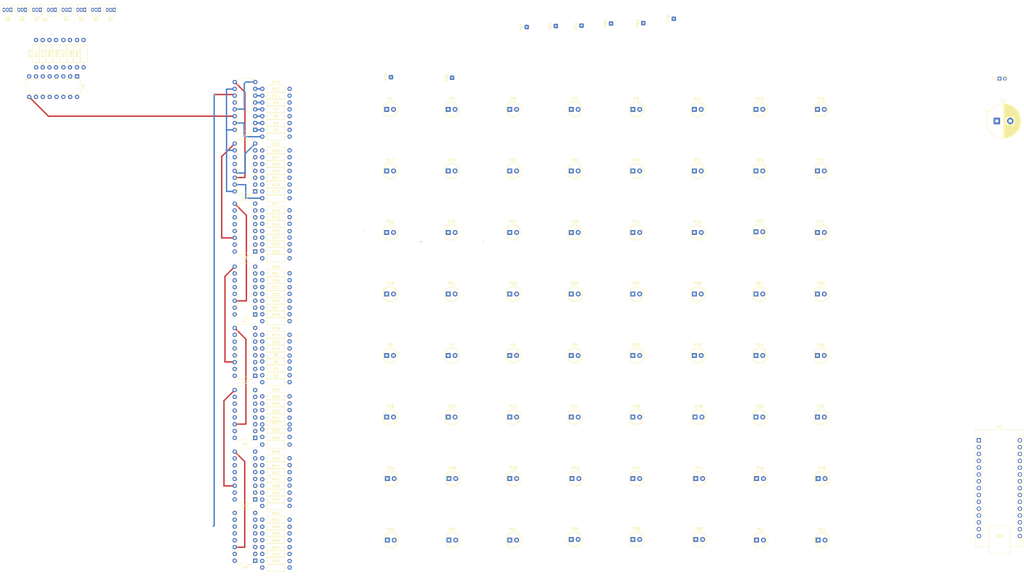
<source format=kicad_pcb>
(kicad_pcb (version 20240108) (generator "pcbnew") (generator_version "8.0")
  (layers (0 "F.Cu" signal) (31 "B.Cu" signal) (34 "B.Paste" user) (35 "F.Paste" user) (36 "B.SilkS" user "B.Silkscreen") (37 "F.SilkS" user "F.Silkscreen") (38 "B.Mask" user) (39 "F.Mask" user) (44 "Edge.Cuts" user))
  (net 0 "")
  (net 1 "Net-(A1-D11)")
  (net 5 "+VDC")
  (net 13 "Net-(A1-D13)")
  (net 21 "Net-(A1-D10)")
  (net 23 "-VDC")
  (net 30 "Net-(P1-Pin_1)")
  (net 31 "Net-(P2-Pin_1)")
  (net 32 "Net-(P3-Pin_1)")
  (net 33 "Net-(P4-Pin_1)")
  (net 34 "Net-(P5-Pin_1)")
  (net 35 "Net-(P6-Pin_1)")
  (net 36 "Net-(P7-Pin_1)")
  (net 37 "Net-(P8-Pin_1)")
  (net 38 "Net-(P9-Pin_1)")
  (net 39 "Net-(P10-Pin_1)")
  (net 40 "Net-(P11-Pin_1)")
  (net 41 "Net-(P12-Pin_1)")
  (net 42 "Net-(P13-Pin_1)")
  (net 43 "Net-(P14-Pin_1)")
  (net 44 "Net-(P15-Pin_1)")
  (net 45 "Net-(P16-Pin_1)")
  (net 46 "Net-(P17-Pin_1)")
  (net 47 "Net-(P18-Pin_1)")
  (net 48 "Net-(P19-Pin_1)")
  (net 49 "Net-(P20-Pin_1)")
  (net 50 "Net-(P21-Pin_1)")
  (net 51 "Net-(P22-Pin_1)")
  (net 52 "Net-(P23-Pin_1)")
  (net 53 "Net-(P24-Pin_1)")
  (net 54 "Net-(P25-Pin_1)")
  (net 55 "Net-(P26-Pin_1)")
  (net 56 "Net-(P27-Pin_1)")
  (net 57 "Net-(P28-Pin_1)")
  (net 58 "Net-(P29-Pin_1)")
  (net 59 "Net-(P30-Pin_1)")
  (net 60 "Net-(P31-Pin_1)")
  (net 61 "Net-(P32-Pin_1)")
  (net 62 "Net-(P33-Pin_1)")
  (net 63 "Net-(P34-Pin_1)")
  (net 64 "Net-(P35-Pin_1)")
  (net 65 "Net-(P36-Pin_1)")
  (net 66 "Net-(P37-Pin_1)")
  (net 67 "Net-(P38-Pin_1)")
  (net 68 "Net-(P39-Pin_1)")
  (net 69 "Net-(P40-Pin_1)")
  (net 70 "Net-(P41-Pin_1)")
  (net 71 "Net-(P42-Pin_1)")
  (net 72 "Net-(P43-Pin_1)")
  (net 73 "Net-(P44-Pin_1)")
  (net 74 "Net-(P45-Pin_1)")
  (net 75 "Net-(P46-Pin_1)")
  (net 76 "Net-(P47-Pin_1)")
  (net 77 "Net-(P48-Pin_1)")
  (net 78 "Net-(P49-Pin_1)")
  (net 79 "Net-(P50-Pin_1)")
  (net 80 "Net-(P51-Pin_1)")
  (net 81 "Net-(P52-Pin_1)")
  (net 82 "Net-(P53-Pin_1)")
  (net 83 "Net-(P54-Pin_1)")
  (net 84 "Net-(P55-Pin_1)")
  (net 85 "Net-(P56-Pin_1)")
  (net 86 "Net-(P57-Pin_1)")
  (net 87 "Net-(P58-Pin_1)")
  (net 88 "Net-(P59-Pin_1)")
  (net 89 "Net-(P60-Pin_1)")
  (net 90 "Net-(P61-Pin_1)")
  (net 91 "Net-(P62-Pin_1)")
  (net 92 "Net-(P63-Pin_1)")
  (net 93 "Net-(P64-Pin_1)")
  (net 94 "Net-(P65-Pin_1)")
  (net 95 "Net-(P66-Pin_1)")
  (net 96 "Net-(P67-Pin_1)")
  (net 97 "Net-(P68-Pin_1)")
  (net 98 "Net-(P69-Pin_1)")
  (net 99 "Net-(P70-Pin_1)")
  (net 100 "Net-(Q1-B)")
  (net 101 "Net-(Q1-C)")
  (net 102 "Net-(Q2-B)")
  (net 103 "Net-(Q3-B)")
  (net 104 "Net-(Q4-B)")
  (net 105 "Net-(Q5-B)")
  (net 106 "Net-(Q5-C)")
  (net 107 "Net-(Q6-B)")
  (net 108 "Net-(Q7-B)")
  (net 109 "Net-(Q8-B)")
  (net 110 "Net-(U1-QA)")
  (net 111 "Net-(U2-QA)")
  (net 112 "Net-(U1-QB)")
  (net 113 "Net-(U2-QB)")
  (net 114 "Net-(U1-QC)")
  (net 115 "Net-(U2-QC)")
  (net 116 "Net-(U1-QD)")
  (net 117 "Net-(U2-QD)")
  (net 118 "Net-(U1-QE)")
  (net 119 "Net-(U2-QE)")
  (net 120 "Net-(U1-QF)")
  (net 121 "Net-(U2-QF)")
  (net 122 "Net-(U1-QG)")
  (net 123 "Net-(U2-QG)")
  (net 124 "Net-(U1-QH)")
  (net 125 "Net-(U2-QH)")
  (net 126 "Net-(U3-QA)")
  (net 127 "Net-(U4-QA)")
  (net 128 "Net-(U3-QB)")
  (net 129 "Net-(U4-QB)")
  (net 130 "Net-(U3-QC)")
  (net 131 "Net-(U4-QC)")
  (net 132 "Net-(U3-QD)")
  (net 133 "Net-(U4-QD)")
  (net 134 "Net-(U3-QE)")
  (net 135 "Net-(U4-QE)")
  (net 136 "Net-(U3-QF)")
  (net 137 "Net-(U4-QF)")
  (net 138 "Net-(U3-QG)")
  (net 139 "Net-(U4-QG)")
  (net 140 "Net-(U3-QH)")
  (net 141 "Net-(U4-QH)")
  (net 142 "Net-(U5-QA)")
  (net 143 "Net-(U6-QA)")
  (net 144 "Net-(U5-QB)")
  (net 145 "Net-(U6-QB)")
  (net 146 "Net-(U5-QC)")
  (net 147 "Net-(U6-QC)")
  (net 148 "Net-(U5-QD)")
  (net 149 "Net-(U6-QD)")
  (net 150 "Net-(U5-QE)")
  (net 151 "Net-(U6-QE)")
  (net 152 "Net-(U5-QF)")
  (net 153 "Net-(U6-QF)")
  (net 154 "Net-(U5-QG)")
  (net 155 "Net-(U6-QG)")
  (net 156 "Net-(U5-QH)")
  (net 157 "Net-(U6-QH)")
  (net 158 "Net-(U7-QA)")
  (net 159 "Net-(U8-QA)")
  (net 160 "Net-(U7-QB)")
  (net 161 "Net-(U8-QB)")
  (net 162 "Net-(U7-QC)")
  (net 163 "Net-(U8-QC)")
  (net 164 "Net-(U7-QD)")
  (net 165 "Net-(U8-QD)")
  (net 166 "Net-(U7-QE)")
  (net 167 "Net-(U8-QE)")
  (net 168 "Net-(U7-QF)")
  (net 169 "Net-(U8-QF)")
  (net 170 "Net-(U7-QG)")
  (net 171 "Net-(U8-QG)")
  (net 172 "Net-(U7-QH)")
  (net 173 "Net-(U8-QH)")
  (net 174 "Net-(U9-QA)")
  (net 175 "Net-(U9-QB)")
  (net 176 "Net-(U9-QC)")
  (net 177 "Net-(U9-QD)")
  (net 178 "Net-(U9-QE)")
  (net 179 "Net-(U9-QF)")
  (net 180 "Net-(U9-QG)")
  (net 181 "Net-(U9-QH)")
  (net 182 "Net-(U1-QH')")
  (net 183 "Net-(U2-QH')")
  (net 184 "Net-(U2-SER)")
  (net 185 "Net-(U3-QH')")
  (net 186 "Net-(U4-QH')")
  (net 187 "Net-(U5-QH')")
  (net 188 "Net-(U6-QH')")
  (net 189 "Net-(U1-SER)")
  (footprint "LED_THT:LED_D5.0mm" (layer "F.Cu") (at 183.388 30.988)
    (property "Reference" "P13")
    (property "Value" "Column_0_6")
  )
  (footprint "Resistor_THT:R_Axial_DIN0207_L6.3mm_D2.5mm_P10.16mm_Horizontal" (layer "F.Cu") (at 0 71.0184)
    (property "Reference" "R45")
    (property "Value" "220R")
  )
  (footprint "LED_THT:LED_D5.0mm" (layer "F.Cu") (at 46.223 122.428)
    (property "Reference" "P2")
    (property "Value" "Column_4_0")
  )
  (footprint "Connector_Wire:SolderWire-0.1sqmm_1x01_D0.4mm_OD1mm" (layer "F.Cu") (at 129.561 -0.9144 90)
    (property "Reference" "P68")
    (property "Value" "Layer  5")
  )
  (footprint "Resistor_THT:R_Axial_DIN0207_L6.3mm_D2.5mm_P10.16mm_Horizontal" (layer "F.Cu") (at 0 170.7388)
    (property "Reference" "R40")
    (property "Value" "220R")
  )
  (footprint "Resistor_THT:R_Axial_DIN0207_L6.3mm_D2.5mm_P10.16mm_Horizontal" (layer "F.Cu") (at 0 97.028)
    (property "Reference" "R59")
    (property "Value" "220R")
  )
  (footprint "Connector_Wire:SolderWire-0.1sqmm_1x01_D0.4mm_OD1mm" (layer "F.Cu") (at 152.8826 -2.6416 90)
    (property "Reference" "P70")
    (property "Value" "Layer 7")
  )
  (footprint "Resistor_THT:R_Axial_DIN0207_L6.3mm_D2.5mm_P10.16mm_Horizontal" (layer "F.Cu") (at -71.4248 15.3924 90)
    (property "Reference" "R67")
    (property "Value" "220R")
  )
  (footprint "LED_THT:LED_D5.0mm" (layer "F.Cu") (at 206.248 76.708)
    (property "Reference" "P47")
    (property "Value" "Column_2_7")
  )
  (footprint "LED_THT:LED_D5.0mm" (layer "F.Cu") (at 160.528 30.988)
    (property "Reference" "P11")
    (property "Value" "Column_0_5")
  )
  (footprint "Resistor_THT:R_Axial_DIN0207_L6.3mm_D2.5mm_P10.16mm_Horizontal" (layer "F.Cu") (at 0 91.8972)
    (property "Reference" "R63")
    (property "Value" "220R")
  )
  (footprint "LED_THT:LED_D5.0mm" (layer "F.Cu") (at 69.088 145.288)
    (property "Reference" "P20")
    (property "Value" "Column_5_1")
  )
  (footprint "Package_TO_SOT_THT:TO-92_Inline" (layer "F.Cu") (at -93.3958 -5.9988 180)
    (property "Reference" "Q8")
    (property "Value" "BC337")
  )
  (footprint "LED_THT:LED_D5.0mm" (layer "F.Cu") (at 91.943 122.428)
    (property "Reference" "P6")
    (property "Value" "Column_4_2")
  )
  (footprint "Resistor_THT:R_Axial_DIN0207_L6.3mm_D2.5mm_P10.16mm_Horizontal" (layer "F.Cu") (at 0 137.5918)
    (property "Reference" "R32")
    (property "Value" "220R")
  )
  (footprint "LED_THT:LED_D5.0mm" (layer "F.Cu") (at 69.342 168.148)
    (property "Reference" "P36")
    (property "Value" "Column_6_1")
  )
  (footprint "LED_THT:LED_D5.0mm" (layer "F.Cu") (at 114.808 99.568)
    (property "Reference" "P55")
    (property "Value" "Column_3_3")
  )
  (footprint "LED_THT:LED_D5.0mm" (layer "F.Cu") (at 206.502 168.148)
    (property "Reference" "P48")
    (property "Value" "Column_6_7")
  )
  (footprint "Package_TO_SOT_THT:TO-92_Inline" (layer "F.Cu") (at -87.9094 -5.9944 180)
    (property "Reference" "Q6")
    (property "Value" "BC337")
  )
  (footprint "LED_THT:LED_D5.0mm" (layer "F.Cu") (at 161.036 168.148)
    (property "Reference" "P44")
    (property "Value" "Column_6_5")
  )
  (footprint "Resistor_THT:R_Axial_DIN0207_L6.3mm_D2.5mm_P10.16mm_Horizontal" (layer "F.Cu") (at -83.9978 15.3924 90)
    (property "Reference" "R72")
    (property "Value" "220R")
  )
  (footprint "Resistor_THT:R_Axial_DIN0207_L6.3mm_D2.5mm_P10.16mm_Horizontal" (layer "F.Cu") (at 0 33.528)
    (property "Reference" "R7")
    (property "Value" "220R")
  )
  (footprint "Connector_Wire:SolderWire-0.1sqmm_1x01_D0.4mm_OD1mm" (layer "F.Cu") (at 98.2174 0.4064 90)
    (property "Reference" "P66")
    (property "Value" "Layer 2")
  )
  (footprint "Connector_Wire:SolderWire-0.1sqmm_1x01_D0.4mm_OD1mm" (layer "F.Cu") (at 141.5498 -1.0668 90)
    (property "Reference" "P69")
    (property "Value" "Layer 6")
  )
  (footprint "Resistor_THT:R_Axial_DIN0207_L6.3mm_D2.5mm_P10.16mm_Horizontal" (layer "F.Cu") (at 0 104.648)
    (property "Reference" "R53")
    (property "Value" "220R")
  )
  (footprint "LED_THT:LED_D5.0mm" (layer "F.Cu") (at 160.528 53.848)
    (property "Reference" "P27")
    (property "Value" "Column_1_5")
  )
  (footprint "Resistor_THT:R_Axial_DIN0207_L6.3mm_D2.5mm_P10.16mm_Horizontal" (layer "F.Cu") (at 0 188.5188)
    (property "Reference" "R60")
    (property "Value" "220R")
  )
  (footprint "Resistor_THT:R_Axial_DIN0207_L6.3mm_D2.5mm_P10.16mm_Horizontal" (layer "F.Cu") (at 0 38.608)
    (property "Reference" "R3")
    (property "Value" "220R")
  )
  (footprint "Package_DIP:DIP-16_W7.62mm" (layer "F.Cu") (at -68.8086 18.7452 -90)
    (property "Reference" "U9")
    (property "Value" "74HC595")
  )
  (footprint "Resistor_THT:R_Axial_DIN0207_L6.3mm_D2.5mm_P10.16mm_Horizontal" (layer "F.Cu") (at 0 25.908)
    (property "Reference" "R13")
    (property "Value" "220R")
  )
  (footprint "Resistor_THT:R_Axial_DIN0207_L6.3mm_D2.5mm_P10.16mm_Horizontal" (layer "F.Cu") (at 0 160.5788)
    (property "Reference" "R48")
    (property "Value" "220R")
  )
  (footprint "Resistor_THT:R_Axial_DIN0207_L6.3mm_D2.5mm_P10.16mm_Horizontal" (layer "F.Cu") (at 0 196.1388)
    (property "Reference" "R54")
    (property "Value" "220R")
  )
  (footprint "Resistor_THT:R_Axial_DIN0207_L6.3mm_D2.5mm_P10.16mm_Horizontal" (layer "F.Cu") (at 0 140.2334)
    (property "Reference" "R30")
    (property "Value" "220R")
  )
  (footprint "Resistor_THT:R_Axial_DIN0207_L6.3mm_D2.5mm_P10.16mm_Horizontal" (layer "F.Cu") (at 0 30.988)
    (property "Reference" "R9")
    (property "Value" "220R")
  )
  (footprint "LED_THT:LED_D5.0mm" (layer "F.Cu") (at 183.642 191.008)
    (property "Reference" "P62")
    (property "Value" "Column_7_6")
  )
  (footprint "Resistor_THT:R_Axial_DIN0207_L6.3mm_D2.5mm_P10.16mm_Horizontal" (layer "F.Cu") (at 0 186.0296)
    (property "Reference" "R62")
    (property "Value" "220R")
  )
  (footprint "LED_THT:LED_D5.0mm" (layer "F.Cu") (at 206.248 145.288)
    (property "Reference" "P32")
    (property "Value" "Column_5_7")
  )
  (footprint "Resistor_THT:R_Axial_DIN0207_L6.3mm_D2.5mm_P10.16mm_Horizontal" (layer "F.Cu") (at 0 23.368)
    (property "Reference" "R15")
    (property "Value" "220R")
  )
  (footprint "Connector_Wire:SolderWire-0.1sqmm_1x01_D0.4mm_OD1mm" (layer "F.Cu") (at 109.0378 0.0254 90)
    (property "Reference" "P67")
    (property "Value" "Layer 3")
  )
  (footprint "Resistor_THT:R_Axial_DIN0207_L6.3mm_D2.5mm_P10.16mm_Horizontal" (layer "F.Cu") (at 0 132.3086)
    (property "Reference" "R2")
    (property "Value" "220R")
  )
  (footprint "LED_THT:LED_D5.0mm" (layer "F.Cu") (at 160.523 122.428)
    (property "Reference" "P12")
    (property "Value" "Column_4_5")
  )
  (footprint "LED_THT:LED_D5.0mm" (layer "F.Cu") (at 114.808 53.848)
    (property "Reference" "P23")
    (property "Value" "Column_1_3")
  )
  (footprint "LED_THT:LED_D5.0mm" (layer "F.Cu") (at 114.803 122.428)
    (property "Reference" "P8")
    (property "Value" "Column_4_3")
  )
  (footprint "LED_THT:LED_D5.0mm" (layer "F.Cu") (at 114.808 30.988)
    (property "Reference" "P7")
    (property "Value" "Column_0_3")
  )
  (footprint "LED_THT:LED_D5.0mm" (layer "F.Cu") (at 137.668 190.754)
    (property "Reference" "P58")
    (property "Value" "Column_7_4")
  )
  (footprint "Resistor_THT:R_Axial_DIN0207_L6.3mm_D2.5mm_P10.16mm_Horizontal" (layer "F.Cu") (at 0 73.5076)
    (property "Reference" "R43")
    (property "Value" "220R")
  )
  (footprint "LED_THT:LED_D5.0mm" (layer "F.Cu") (at 69.088 99.568)
    (property "Reference" "P51")
    (property "Value" "Column_3_1")
  )
  (footprint "Resistor_THT:R_Axial_DIN0207_L6.3mm_D2.5mm_P10.16mm_Horizontal" (layer "F.Cu") (at 0 173.3804)
    (property "Reference" "R38")
    (property "Value" "220R")
  )
  (footprint "Resistor_THT:R_Axial_DIN0207_L6.3mm_D2.5mm_P10.16mm_Horizontal" (layer "F.Cu") (at 0 107.1118)
    (property "Reference" "R51")
    (property "Value" "220R")
  )
  (footprint "Package_TO_SOT_THT:TO-92_Inline" (layer "F.Cu") (at -60.4774 -5.9944 180)
    (property "Reference" "Q3")
    (property "Value" "BC337")
  )
  (footprint "LED_THT:LED_D5.0mm" (layer "F.Cu") (at 206.248 30.988)
    (property "Reference" "P15")
    (property "Value" "Column_0_7")
  )
  (footprint "Resistor_THT:R_Axial_DIN0207_L6.3mm_D2.5mm_P10.16mm_Horizontal" (layer "F.Cu") (at 0 109.6518)
    (property "Reference" "R49")
    (property "Value" "220R")
  )
  (footprint "LED_THT:LED_D5.0mm" (layer "F.Cu") (at 115.062 168.148)
    (property "Reference" "P40")
    (property "Value" "Column_6_3")
  )
  (footprint "LED_THT:LED_D5.0mm" (layer "F.Cu") (at 160.782 145.288)
    (property "Reference" "P28")
    (property "Value" "Column_5_5")
  )
  (footprint "Resistor_THT:R_Axial_DIN0207_L6.3mm_D2.5mm_P10.16mm_Horizontal" (layer "F.Cu") (at 0 51.308)
    (property "Reference" "R27")
    (property "Value" "220R")
  )
  (footprint "Package_TO_SOT_THT:TO-92_Inline" (layer "F.Cu") (at -76.9112 -5.9944 180)
    (property "Reference" "Q5")
    (property "Value" "BC337")
  )
  (footprint "Resistor_THT:R_Axial_DIN0207_L6.3mm_D2.5mm_P10.16mm_Horizontal" (layer "F.Cu") (at 0 48.768)
    (property "Reference" "R29")
    (property "Value" "220R")
  )
  (footprint "Resistor_THT:R_Axial_DIN0207_L6.3mm_D2.5mm_P10.16mm_Horizontal" (layer "F.Cu") (at 0 63.9826)
    (property "Reference" "R17")
    (property "Value" "220R")
  )
  (footprint "Resistor_THT:R_Axial_DIN0207_L6.3mm_D2.5mm_P10.16mm_Horizontal" (layer "F.Cu") (at 0 99.5426)
    (property "Reference" "R57")
    (property "Value" "220R")
  )
  (footprint "Resistor_THT:R_Axial_DIN0207_L6.3mm_D2.5mm_P10.16mm_Horizontal" (layer "F.Cu") (at 0 145.542)
    (property "Reference" "R26")
    (property "Value" "220R")
  )
  (footprint "Resistor_THT:R_Axial_DIN0207_L6.3mm_D2.5mm_P10.16mm_Horizontal" (layer "F.Cu") (at 0 86.3092)
    (property "Reference" "R33")
    (property "Value" "220R")
  )
  (footprint "LED_THT:LED_D5.0mm" (layer "F.Cu") (at 137.668 53.848)
    (property "Reference" "P25")
    (property "Value" "Column_1_4")
  )
  (footprint "Resistor_THT:R_Axial_DIN0207_L6.3mm_D2.5mm_P10.16mm_Horizontal" (layer "F.Cu") (at 0 119.8118)
    (property "Reference" "R12")
    (property "Value" "220R")
  )
  (footprint "LED_THT:LED_D5.0mm" (layer "F.Cu") (at 183.388 76.454)
    (property "Reference" "P45")
    (property "Value" "Column_2_6")
  )
  (footprint "Package_TO_SOT_THT:TO-92_Inline" (layer "F.Cu") (at -55.0164 -5.9734 180)
    (property "Reference" "Q1")
    (property "Value" "BC337")
  )
  (footprint "LED_THT:LED_D5.0mm" (layer "F.Cu") (at 69.342 191.008)
    (property "Reference" "P52")
    (property "Value" "Column_7_1")
  )
  (footprint "Resistor_THT:R_Axial_DIN0207_L6.3mm_D2.5mm_P10.16mm_Horizontal" (layer "F.Cu") (at 0 191.008)
    (property "Reference" "R58")
    (property "Value" "220R")
  )
  (footprint "Connector_Wire:SolderWire-0.1sqmm_1x01_D0.4mm_OD1mm" (layer "F.Cu") (at 47.8028 19.0246 90)
    (property "Reference" "R73")
    (property "Value" "Layer 0")
  )
  (footprint "Connector_Wire:SolderWire-0.1sqmm_1x01_D0.4mm_OD1mm" (layer "F.Cu") (at 70.5104 19.2532 90)
    (property "Reference" "P65")
    (property "Value" "Layer 1")
  )
  (footprint "Resistor_THT:R_Axial_DIN0207_L6.3mm_D2.5mm_P10.16mm_Horizontal" (layer "F.Cu") (at 0 68.5038)
    (property "Reference" "R47")
    (property "Value" "220R")
  )
  (footprint "LED_THT:LED_D5.0mm" (layer "F.Cu") (at 46.228 76.708)
    (property "Reference" "P33")
    (property "Value" "Column_2_0")
  )
  (footprint "LED_THT:LED_D5.0mm" (layer "F.Cu") (at 206.243 122.428)
    (property "Reference" "P16")
    (property "Value" "Column_4_7")
  )
  (footprint "Resistor_THT:R_Axial_DIN0207_L6.3mm_D2.5mm_P10.16mm_Horizontal" (layer "F.Cu") (at 0 53.848)
    (property "Reference" "R25")
    (property "Value" "220R")
  )
  (footprint "Resistor_THT:R_Axial_DIN0207_L6.3mm_D2.5mm_P10.16mm_Horizontal" (layer "F.Cu") (at 0 129.7432)
    (property "Reference" "R4")
    (property "Value" "220R")
  )
  (footprint "Resistor_THT:R_Axial_DIN0207_L6.3mm_D2.5mm_P10.16mm_Horizontal" (layer "F.Cu") (at 0 152.6794)
    (property "Reference" "R20")
    (property "Value" "220R")
  )
  (footprint "Resistor_THT:R_Axial_DIN0207_L6.3mm_D2.5mm_P10.16mm_Horizontal" (layer "F.Cu") (at -66.3702 15.3924 90)
    (property "Reference" "R65")
    (property "Value" "220R")
  )
  (footprint "Resistor_THT:R_Axial_DIN0207_L6.3mm_D2.5mm_P10.16mm_Horizontal" (layer "F.Cu") (at 0 46.228)
    (property "Reference" "R31")
    (property "Value" "220R")
  )
  (footprint "LED_THT:LED_D5.0mm" (layer "F.Cu") (at 183.388 145.288)
    (property "Reference" "P30")
    (property "Value" "Column_5_6")
  )
  (footprint "LED_THT:LED_D5.0mm" (layer "F.Cu") (at 46.228 99.568)
    (property "Reference" "P49")
    (property "Value" "Column_3_0")
  )
  (footprint "Resistor_THT:R_Axial_DIN0207_L6.3mm_D2.5mm_P10.16mm_Horizontal" (layer "F.Cu") (at 0 201.1934)
    (property "Reference" "R50")
    (property "Value" "220R")
  )
  (footprint "LED_THT:LED_D5.0mm" (layer "F.Cu") (at 137.668 145.288)
    (property "Reference" "P26")
    (property "Value" "Column_5_4")
  )
  (footprint "Package_DIP:DIP-16_W7.62mm" (layer "F.Cu") (at -2.6162 83.7946 180)
    (property "Reference" "U5")
    (property "Value" "74HC595")
  )
  (footprint "LED_THT:LED_D5.0mm" (layer "F.Cu") (at 206.248 53.848)
    (property "Reference" "P31")
    (property "Value" "Column_1_7")
  )
  (footprint "Package_DIP:DIP-16_W7.62mm" (layer "F.Cu") (at -2.6162 61.468 180)
    (property "Reference" "U3")
    (property "Value" "74HC595")
  )
  (footprint "LED_THT:LED_D5.0mm" (layer "F.Cu") (at 160.528 99.568)
    (property "Reference" "P59")
    (property "Value" "Column_3_5")
  )
  (footprint "LED_THT:LED_D5.0mm" (layer "F.Cu") (at 160.528 76.708)
    (property "Reference" "P43")
    (property "Value" "Column_2_5")
  )
  (footprint "Resistor_THT:R_Axial_DIN0207_L6.3mm_D2.5mm_P10.16mm_Horizontal" (layer "F.Cu") (at -81.5594 15.3924 90)
    (property "Reference" "R71")
    (property "Value" "220R")
  )
  (footprint "Resistor_THT:R_Axial_DIN0207_L6.3mm_D2.5mm_P10.16mm_Horizontal" (layer "F.Cu") (at -79.0448 15.3924 90)
    (property "Reference" "R70")
    (property "Value" "220R")
  )
  (footprint "LED_THT:LED_D5.0mm" (layer "F.Cu") (at 114.808 145.288)
    (property "Reference" "P24")
    (property "Value" "Column_5_3")
  )
  (footprint "LED_THT:LED_D5.0mm" (layer "F.Cu") (at 206.248 99.568)
    (property "Reference" "P63")
    (property "Value" "Column_3_7")
  )
  (footprint "Resistor_THT:R_Axial_DIN0207_L6.3mm_D2.5mm_P10.16mm_Horizontal" (layer "F.Cu") (at 0 124.6378)
    (property "Reference" "R8")
    (property "Value" "220R")
  )
  (footprint "Package_DIP:DIP-16_W7.62mm" (layer "F.Cu") (at -2.6162 175.895 180)
    (property "Reference" "U6")
    (property "Value" "74HC595")
  )
  (footprint "LED_THT:LED_D5.0mm" (layer "F.Cu") (at 137.668 76.708)
    (property "Reference" "P41")
    (property "Value" "Column_2_4")
  )
  (footprint "Package_DIP:DIP-16_W7.62mm" (layer "F.Cu") (at -2.6162 107.188 180)
    (property "Reference" "U7")
    (property "Value" "74HC595")
  )
  (footprint "LED_THT:LED_D5.0mm" (layer "F.Cu") (at 46.228 53.848)
    (property "Reference" "P17")
    (property "Value" "Column_1_0")
  )
  (footprint "LED_THT:LED_D5.0mm" (layer "F.Cu") (at 183.388 53.848)
    (property "Reference" "P29")
    (property "Value" "Column_1_6")
  )
  (footprint "LED_THT:LED_D5.0mm" (layer "F.Cu") (at 46.482 191.008)
    (property "Reference" "P50")
    (property "Value" "Column_7_0")
  )
  (footprint "Resistor_THT:R_Axial_DIN0207_L6.3mm_D2.5mm_P10.16mm_Horizontal" (layer "F.Cu") (at 0 56.388)
    (property "Reference" "R23")
    (property "Value" "220R")
  )
  (footprint "LED_THT:LED_D5.0mm" (layer "F.Cu") (at 206.502 191.008)
    (property "Reference" "P64")
    (property "Value" "Column_7_7")
  )
  (footprint "LED_THT:LED_D5.0mm" (layer "F.Cu") (at 91.948 145.288)
    (property "Reference" "P22")
    (property "Value" "Column_5_2")
  )
  (footprint "Resistor_THT:R_Axial_DIN0207_L6.3mm_D2.5mm_P10.16mm_Horizontal" (layer "F.Cu") (at 0 83.4898)
    (property "Reference" "R35")
    (property "Value" "220R")
  )
  (footprint "Resistor_THT:R_Axial_DIN0207_L6.3mm_D2.5mm_P10.16mm_Horizontal" (layer "F.Cu") (at 0 114.7318)
    (property "Reference" "R16")
    (property "Value" "220R")
  )
  (footprint "Resistor_THT:R_Axial_DIN0207_L6.3mm_D2.5mm_P10.16mm_Horizontal" (layer "F.Cu") (at 0 81.0768)
    (property "Reference" "R37")
    (property "Value" "220R")
  )
  (footprint "Resistor_THT:R_Axial_DIN0207_L6.3mm_D2.5mm_P10.16mm_Horizontal" (layer "F.Cu") (at 0 58.928)
    (property "Reference" "R21")
    (property "Value" "220R")
  )
  (footprint "LED_THT:LED_D5.0mm" (layer "F.Cu") (at 91.948 168.148)
    (property "Reference" "P38")
    (property "Value" "Column_6_2")
  )
  (footprint "Resistor_THT:R_Axial_DIN0207_L6.3mm_D2.5mm_P10.16mm_Horizontal" (layer "F.Cu") (at 0 127.254)
    (property "Reference" "R6")
    (property "Value" "220R")
  )
  (footprint "LED_THT:LED_D5.0mm" (layer "F.Cu") (at 69.088 53.848)
    (property "Reference" "P19")
    (property "Value" "Column_1_1")
  )
  (footprint "LED_THT:LED_D5.0mm" (layer "F.Cu") (at 46.482 168.148)
    (property "Reference" "P34")
    (property "Value" "Column_6_0")
  )
  (footprint "LED_THT:LED_D5.0mm" (layer "F.Cu") (at 137.668 30.988)
    (property "Reference" "P9")
    (property "Value" "Column_0_4")
  )
  (footprint "Resistor_THT:R_Axial_DIN0207_L6.3mm_D2.5mm_P10.16mm_Horizontal" (layer "F.Cu") (at 0 94.4372)
    (property "Reference" "R61")
    (property "Value" "220R")
  )
  (footprint "Package_DIP:DIP-16_W7.62mm" (layer "F.Cu") (at -2.6162 129.9718 180)
    (property "Reference" "U2")
    (property "Value" "74HC595")
  )
  (footprint "Resistor_THT:R_Axial_DIN0207_L6.3mm_D2.5mm_P10.16mm_Horizontal" (layer "F.Cu") (at 0 165.735)
    (property "Reference" "R44")
    (property "Value" "220R")
  )
  (footprint "Resistor_THT:R_Axial_DIN0207_L6.3mm_D2.5mm_P10.16mm_Horizontal" (layer "F.Cu") (at -73.8632 15.3924 90)
    (property "Reference" "R68")
    (property "Value" "220R")
  )
  (footprint "Package_DIP:DIP-16_W7.62mm" (layer "F.Cu") (at -2.6162 153.035 180)
    (property "Reference" "U4")
    (property "Value" "74HC595")
  )
  (footprint "Resistor_THT:R_Axial_DIN0207_L6.3mm_D2.5mm_P10.16mm_Horizontal" (layer "F.Cu") (at 0 168.402)
    (property "Reference" "R42")
    (property "Value" "220R")
  )
  (footprint "Package_TO_SOT_THT:TO-92_Inline" (layer "F.Cu") (at -71.4248 -5.9944 180)
    (property "Reference" "Q4")
    (property "Value" "BC337")
  )
  (footprint "Resistor_THT:R_Axial_DIN0207_L6.3mm_D2.5mm_P10.16mm_Horizontal" (layer "F.Cu") (at 0 175.9458)
    (property "Reference" "R36")
    (property "Value" "220R")
  )
  (footprint "LED_THT:LED_D5.0mm" (layer "F.Cu") (at 69.083 122.428)
    (property "Reference" "P4")
    (property "Value" "Column_4_1")
  )
  (footprint "Resistor_THT:R_Axial_DIN0207_L6.3mm_D2.5mm_P10.16mm_Horizontal" (layer "F.Cu") (at 0 149.8346)
    (property "Reference" "R22")
    (property "Value" "220R")
  )
  (footprint "Resistor_THT:R_Axial_DIN0207_L6.3mm_D2.5mm_P10.16mm_Horizontal" (layer "F.Cu") (at 0 36.068)
    (property "Reference" "R5")
    (property "Value" "220R")
  )
  (footprint "Connector_PinHeader_2.00mm:PinHeader_1x02_P2.00mm_Vertical" (layer "F.Cu") (at 273.844 19.558 90)
    (property "Reference" "J1")
    (property "Value" "Conn_01x02_Pin")
  )
  (footprint "Resistor_THT:R_Axial_DIN0207_L6.3mm_D2.5mm_P10.16mm_Horizontal" (layer "F.Cu") (at 0 76.2)
    (property "Reference" "R41")
    (property "Value" "220R")
  )
  (footprint "Package_DIP:DIP-16_W7.62mm" (layer "F.Cu") (at -2.6162 198.6788 180)
    (property "Reference" "U8")
    (property "Value" "74HC595")
  )
  (footprint "LED_THT:LED_D5.0mm" (layer "F.Cu") (at 137.663 122.428)
    (property "Reference" "P10")
    (property "Value" "Column_4_4")
  )
  (footprint "Resistor_THT:R_Axial_DIN0207_L6.3mm_D2.5mm_P10.16mm_Horizontal" (layer "F.Cu") (at 0 122.4534)
    (property "Reference" "R10")
    (property "Value" "220R")
  )
  (footprint "Resistor_THT:R_Axial_DIN0207_L6.3mm_D2.5mm_P10.16mm_Horizontal" (layer "F.Cu") (at 0 102.1334)
    (property "Reference" "R55")
    (property "Value" "220R")
  )
  (footprint "Connector_Wire:SolderWire-0.1sqmm_1x01_D0.4mm_OD1mm" (layer "F.Cu") (at 118.5882 -0.127 90)
    (property "Reference" "R74")
    (property "Value" "Layer 4")
  )
  (footprint "LED_THT:LED_D5.0mm" (layer "F.Cu") (at 114.808 76.708)
    (property "Reference" "P39")
    (property "Value" "Column_2_3")
  )
  (footprint "Capacitor_THT:CP_Radial_D12.5mm_P5.00mm" (layer "F.Cu") (at 272.876 35.306)
    (property "Reference" "C1")
    (property "Value" "1000nF")
  )
  (footprint "Resistor_THT:R_Axial_DIN0207_L6.3mm_D2.5mm_P10.16mm_Horizontal" (layer "F.Cu") (at 0 78.613)
    (property "Reference" "R39")
    (property "Value" "220R")
  )
  (footprint "Resistor_THT:R_Axial_DIN0207_L6.3mm_D2.5mm_P10.16mm_Horizontal" (layer "F.Cu") (at 0 183.4134)
    (property "Reference" "R64")
    (property "Value" "220R")
  )
  (footprint "LED_THT:LED_D5.0mm" (layer "F.Cu") (at 46.228 145.288)
    (property "Reference" "P18")
    (property "Value" "Column_5_0")
  )
  (footprint "LED_THT:LED_D5.0mm" (layer "F.Cu") (at 161.036 190.754)
    (property "Reference" "P60")
    (property "Value" "Column_7_5")
  )
  (footprint "LED_THT:LED_D5.0mm" (layer "F.Cu") (at 137.668 99.568)
    (property "Reference" "P57")
    (property "Value" "Column_3_4")
  )
  (footprint "Resistor_THT:R_Axial_DIN0207_L6.3mm_D2.5mm_P10.16mm_Horizontal" (layer "F.Cu") (at 0 178.308)
    (property "Reference" "R34")
    (property "Value" "220R")
  )
  (footprint "Resistor_THT:R_Axial_DIN0207_L6.3mm_D2.5mm_P10.16mm_Horizontal" (layer "F.Cu") (at 0 28.448)
    (property "Reference" "R11")
    (property "Value" "220R")
  )
  (footprint "Resistor_THT:R_Axial_DIN0207_L6.3mm_D2.5mm_P10.16mm_Horizontal" (layer "F.Cu") (at -76.6064 15.3924 90)
    (property "Reference" "R69")
    (property "Value" "220R")
  )
  (footprint "Package_TO_SOT_THT:TO-92_Inline" (layer "F.Cu") (at -82.3976 -5.9944 180)
    (property "Reference" "Q7")
    (property "Value" "BC337")
  )
  (footprint "LED_THT:LED_D5.0mm" (layer "F.Cu") (at 183.642 168.148)
    (property "Reference" "P46")
    (property "Value" "Column_6_6")
  )
  (footprint "LED_THT:LED_D5.0mm" (layer "F.Cu") (at 183.383 122.428)
    (property "Reference" "P14")
    (property "Value" "Column_4_6")
  )
  (footprint "LED_THT:LED_D5.0mm" (layer "F.Cu") (at 91.948 53.848)
    (property "Reference" "P21")
    (property "Value" "Column_1_2")
  )
  (footprint "Package_TO_SOT_THT:TO-92_Inline" (layer "F.Cu") (at -65.9638 -5.9944 180)
    (property "Reference" "Q2")
    (property "Value" "BC337")
  )
  (footprint "LED_THT:LED_D5.0mm" (layer "F.Cu") (at 91.948 30.988)
    (property "Reference" "P5")
    (property "Value" "Column_0_2")
  )
  (footprint "Resistor_THT:R_Axial_DIN0207_L6.3mm_D2.5mm_P10.16mm_Horizontal" (layer "F.Cu") (at 0 155.4988)
    (property "Reference" "R18")
    (property "Value" "220R")
  )
  (footprint "LED_THT:LED_D5.0mm" (layer "F.Cu") (at 69.088 30.988)
    (property "Reference" "P3")
    (property "Value" "Column_0_1")
  )
  (footprint "LED_THT:LED_D5.0mm" (layer "F.Cu") (at 91.948 99.568)
    (property "Reference" "P53")
    (property "Value" "Column_3_2")
  )
  (footprint "Resistor_THT:R_Axial_DIN0207_L6.3mm_D2.5mm_P10.16mm_Horizontal" (layer "F.Cu") (at 0 193.5988)
    (property "Reference" "R56")
    (property "Value" "220R")
  )
  (footprint "Resistor_THT:R_Axial_DIN0207_L6.3mm_D2.5mm_P10.16mm_Horizontal" (layer "F.Cu") (at 0 148.0058)
    (property "Reference" "R24")
    (property "Value" "220R")
  )
  (footprint "Resistor_THT:R_Axial_DIN0207_L6.3mm_D2.5mm_P10.16mm_Horizontal" (layer "F.Cu") (at 0 41.1226)
    (property "Reference" "R1")
    (property "Value" "220R")
  )
  (footprint "LED_THT:LED_D5.0mm" (layer "F.Cu") (at 91.948 191.008)
    (property "Reference" "P54")
    (property "Value" "Column_7_2")
  )
  (footprint "LED_THT:LED_D5.0mm" (layer "F.Cu") (at 69.088 76.708)
    (property "Reference" "P35")
    (property "Value" "Column_2_1")
  )
  (footprint "LED_THT:LED_D5.0mm" (layer "F.Cu") (at 46.228 30.988)
    (property "Reference" "P1")
    (property "Value" "Column_0_0")
  )
  (footprint "Resistor_THT:R_Axial_DIN0207_L6.3mm_D2.5mm_P10.16mm_Horizontal" (layer "F.Cu") (at -68.8086 15.3924 90)
    (property "Reference" "R66")
    (property "Value" "220R")
  )
  (footprint "Package_DIP:DIP-16_W7.62mm" (layer "F.Cu") (at -2.6162 38.608 180)
    (property "Reference" "U1")
    (property "Value" "74HC595")
  )
  (footprint "Resistor_THT:R_Axial_DIN0207_L6.3mm_D2.5mm_P10.16mm_Horizontal" (layer "F.Cu") (at 0 163.1442)
    (property "Reference" "R46")
    (property "Value" "220R")
  )
  (footprint "Module:Arduino_Nano" (layer "F.Cu") (at 266.202 153.924)
    (property "Reference" "A1")
    (property "Value" "Arduino_Nano_v3.x")
  )
  (footprint "Resistor_THT:R_Axial_DIN0207_L6.3mm_D2.5mm_P10.16mm_Horizontal" (layer "F.Cu") (at 0 61.468)
    (property "Reference" "R19")
    (property "Value" "220R")
  )
  (footprint "LED_THT:LED_D5.0mm" (layer "F.Cu") (at 114.808 190.754)
    (property "Reference" "P56")
    (property "Value" "Column_7_3")
  )
  (footprint "Resistor_THT:R_Axial_DIN0207_L6.3mm_D2.5mm_P10.16mm_Horizontal" (layer "F.Cu") (at 0 142.6972)
    (property "Reference" "R28")
    (property "Value" "220R")
  )
  (footprint "Resistor_THT:R_Axial_DIN0207_L6.3mm_D2.5mm_P10.16mm_Horizontal" (layer "F.Cu") (at 0 198.755)
    (property "Reference" "R52")
    (property "Value" "220R")
  )
  (footprint "LED_THT:LED_D5.0mm" (layer "F.Cu") (at 91.948 76.708)
    (property "Reference" "P37")
    (property "Value" "Column_2_2")
  )
  (footprint "LED_THT:LED_D5.0mm" (layer "F.Cu") (at 137.668 168.148)
    (property "Reference" "P42")
    (property "Value" "Column_6_4")
  )
  (footprint "Resistor_THT:R_Axial_DIN0207_L6.3mm_D2.5mm_P10.16mm_Horizontal" (layer "F.Cu") (at 0 117.1956)
    (property "Reference" "R14")
    (property "Value" "220R")
  )
  (footprint "LED_THT:LED_D5.0mm" (layer "F.Cu") (at 183.388 99.568)
    (property "Reference" "P61")
    (property "Value" "Column_3_6")
  )
  (segment (start 82.016 80.224) (end 81.976 80.264) (width 0.2) (layer "B.Cu") (net 0))
  (segment (start 37.54 75.96) (end 37.5 76) (width 0.2) (layer "B.Cu") (net 0))
  (segment (start 59.016 79.989) (end 58.741 80.264) (width 0.2) (layer "B.Cu") (net 0))
  (segment (start -13.2588 38.608) (end -13.2588 46.1518) (width 0.5) (layer "B.Cu") (net 5))
  (segment (start -13.2588 46.1518) (end -13.335 46.228) (width 0.5) (layer "B.Cu") (net 5))
  (segment (start -13.2588 61.4426) (end -13.2334 61.468) (width 0.5) (layer "B.Cu") (net 5))
  (segment (start -10.2362 23.368) (end -10.3378 23.4696) (width 0.5) (layer "B.Cu") (net 5))
  (segment (start -13.2842 23.4696) (end -13.2842 38.5826) (width 0.5) (layer "B.Cu") (net 5))
  (segment (start -10.3378 23.4696) (end -13.2842 23.4696) (width 0.5) (layer "B.Cu") (net 5))
  (segment (start -13.2588 46.1518) (end -13.2588 61.4426) (width 0.5) (layer "B.Cu") (net 5))
  (segment (start -13.335 46.228) (end -10.2362 46.228) (width 0.5) (layer "B.Cu") (net 5))
  (segment (start -13.2334 61.468) (end -10.2362 61.468) (width 0.5) (layer "B.Cu") (net 5))
  (segment (start -13.2588 38.608) (end -13.2842 38.5826) (width 0.5) (layer "B.Cu") (net 5))
  (segment (start -10.2362 38.608) (end -13.2588 38.608) (width 0.5) (layer "B.Cu") (net 5))
  (segment (start -10.668 25.4762) (end -17.8562 25.4762) (width 0.5) (layer "F.Cu") (net 13))
  (segment (start -10.2362 25.908) (end -10.668 25.4762) (width 0.5) (layer "F.Cu") (net 13))
  (via (at -17.8562 25.4762) (size 0.6) (drill 0.3) (layers "F.Cu" "B.Cu") (net 13))
  (segment (start -17.8562 25.4762) (end -17.8562 185.5216) (width 0.5) (layer "B.Cu") (net 13))
  (segment (start -17.8562 185.5216) (end -18.2118 185.8772) (width 0.5) (layer "B.Cu") (net 13))
  (segment (start -6.0706 20.828) (end -6.6802 21.4376) (width 0.5) (layer "B.Cu") (net 23))
  (segment (start -6.35 47.4218) (end -6.35 54.6354) (width 0.5) (layer "B.Cu") (net 23))
  (segment (start -6.35 54.6354) (end -9.4488 54.6354) (width 0.5) (layer "B.Cu") (net 23))
  (segment (start -2.6162 43.688) (end -6.35 47.4218) (width 0.5) (layer "B.Cu") (net 23))
  (segment (start -6.6802 30.9118) (end -10.16 30.9118) (width 0.5) (layer "B.Cu") (net 23))
  (segment (start -6.6802 21.4376) (end -6.6802 30.9118) (width 0.5) (layer "B.Cu") (net 23))
  (segment (start -9.4488 54.6354) (end -10.2362 53.848) (width 0.5) (layer "B.Cu") (net 23))
  (segment (start -2.6162 20.828) (end -6.0706 20.828) (width 0.5) (layer "B.Cu") (net 23))
  (segment (start -10.16 30.9118) (end -10.2362 30.988) (width 0.5) (layer "B.Cu") (net 23))
  (segment (start -6.7564 35.9664) (end -6.7564 41.1226) (width 0.5) (layer "B.Cu") (net 110))
  (segment (start -6.858 36.068) (end -6.7564 35.9664) (width 0.5) (layer "B.Cu") (net 110))
  (segment (start -6.7564 41.1226) (end -6.731 41.148) (width 0.5) (layer "B.Cu") (net 110))
  (segment (start -6.731 41.148) (end -0.0254 41.148) (width 0.5) (layer "B.Cu") (net 110))
  (segment (start -10.2362 36.068) (end -6.858 36.068) (width 0.5) (layer "B.Cu") (net 110))
  (segment (start -2.6162 38.608) (end 0 38.608) (width 0.5) (layer "B.Cu") (net 112))
  (segment (start -2.6162 36.068) (end 0 36.068) (width 0.5) (layer "B.Cu") (net 114))
  (segment (start -2.6162 33.528) (end 0 33.528) (width 0.5) (layer "B.Cu") (net 116))
  (segment (start -2.6162 30.988) (end 0 30.988) (width 0.5) (layer "B.Cu") (net 118))
  (segment (start -2.6162 28.448) (end 0 28.448) (width 0.5) (layer "B.Cu") (net 120))
  (segment (start -2.6162 25.908) (end 0 25.908) (width 0.5) (layer "B.Cu") (net 122))
  (segment (start -2.6162 23.368) (end 0 23.368) (width 0.5) (layer "B.Cu") (net 124))
  (segment (start -10.2362 58.928) (end -10.2108 58.9534) (width 0.5) (layer "B.Cu") (net 126))
  (segment (start -6.1468 64.1096) (end -6.0198 63.9826) (width 0.5) (layer "B.Cu") (net 126))
  (segment (start -6.0198 63.9826) (end 0 63.9826) (width 0.5) (layer "B.Cu") (net 126))
  (segment (start -6.1468 58.9534) (end -6.1468 64.1096) (width 0.5) (layer "B.Cu") (net 126))
  (segment (start -10.2108 58.9534) (end -6.1468 58.9534) (width 0.5) (layer "B.Cu") (net 126))
  (segment (start -10.2362 20.828) (end -6.4262 24.638) (width 0.5) (layer "F.Cu") (net 182))
  (segment (start -10.16 56.3118) (end -10.2362 56.388) (width 0.5) (layer "F.Cu") (net 182))
  (segment (start -6.4262 56.3118) (end -10.16 56.3118) (width 0.5) (layer "F.Cu") (net 182))
  (segment (start -6.4262 24.638) (end -6.4262 56.3118) (width 0.5) (layer "F.Cu") (net 182))
  (segment (start -10.2362 112.1918) (end -6.0706 116.3574) (width 0.5) (layer "F.Cu") (net 183))
  (segment (start -10.1854 147.9042) (end -10.2362 147.955) (width 0.5) (layer "F.Cu") (net 183))
  (segment (start -6.0706 147.9042) (end -10.1854 147.9042) (width 0.5) (layer "F.Cu") (net 183))
  (segment (start -6.0706 116.3574) (end -6.0706 147.9042) (width 0.5) (layer "F.Cu") (net 183))
  (segment (start -10.2362 89.408) (end -13.843 93.0148) (width 0.5) (layer "F.Cu") (net 184))
  (segment (start -10.3124 124.8156) (end -10.2362 124.8918) (width 0.5) (layer "F.Cu") (net 184))
  (segment (start -13.843 93.0148) (end -13.843 124.8156) (width 0.5) (layer "F.Cu") (net 184))
  (segment (start -13.843 124.8156) (end -10.3124 124.8156) (width 0.5) (layer "F.Cu") (net 184))
  (segment (start -15.0622 78.74) (end -10.2616 78.74) (width 0.5) (layer "F.Cu") (net 185))
  (segment (start -15.0622 48.514) (end -15.0622 78.74) (width 0.5) (layer "F.Cu") (net 185))
  (segment (start -10.2616 78.74) (end -10.2362 78.7146) (width 0.5) (layer "F.Cu") (net 185))
  (segment (start -10.2362 43.688) (end -15.0622 48.514) (width 0.5) (layer "F.Cu") (net 185))
  (segment (start -10.2362 135.255) (end -14.224 139.2428) (width 0.5) (layer "F.Cu") (net 186))
  (segment (start -14.224 170.8658) (end -10.287 170.8658) (width 0.5) (layer "F.Cu") (net 186))
  (segment (start -10.287 170.8658) (end -10.2362 170.815) (width 0.5) (layer "F.Cu") (net 186))
  (segment (start -14.224 139.2428) (end -14.224 170.8658) (width 0.5) (layer "F.Cu") (net 186))
  (segment (start -5.8928 102.1334) (end -10.2108 102.1334) (width 0.5) (layer "F.Cu") (net 187))
  (segment (start -10.2108 102.1334) (end -10.2362 102.108) (width 0.5) (layer "F.Cu") (net 187))
  (segment (start -5.8928 70.358) (end -5.8928 102.1334) (width 0.5) (layer "F.Cu") (net 187))
  (segment (start -10.2362 66.0146) (end -5.8928 70.358) (width 0.5) (layer "F.Cu") (net 187))
  (segment (start -6.5024 161.8488) (end -6.5024 193.6496) (width 0.5) (layer "F.Cu") (net 188))
  (segment (start -6.5024 193.6496) (end -10.1854 193.6496) (width 0.5) (layer "F.Cu") (net 188))
  (segment (start -10.1854 193.6496) (end -10.2362 193.5988) (width 0.5) (layer "F.Cu") (net 188))
  (segment (start -10.2362 158.115) (end -6.5024 161.8488) (width 0.5) (layer "F.Cu") (net 188))
  (segment (start -10.2362 33.528) (end -79.4258 33.528) (width 0.5) (layer "F.Cu") (net 189))
  (segment (start -79.4258 33.528) (end -86.5886 26.3652) (width 0.5) (layer "F.Cu") (net 189))
)
</source>
